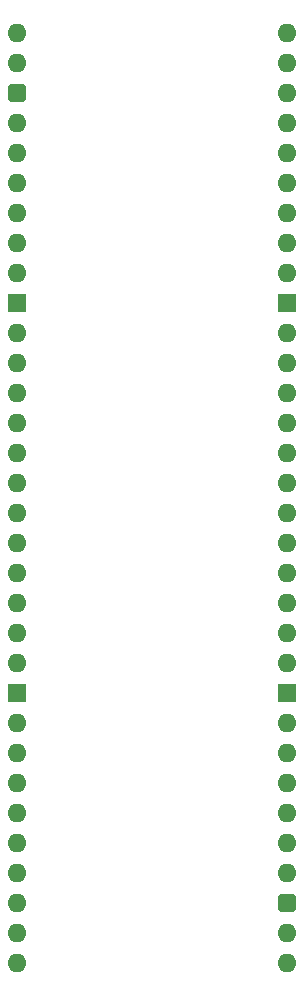
<source format=gbr>
%TF.GenerationSoftware,KiCad,Pcbnew,7.0.5*%
%TF.CreationDate,2024-01-25T17:04:26+02:00*%
%TF.ProjectId,Video Address Counter,56696465-6f20-4416-9464-726573732043,rev?*%
%TF.SameCoordinates,Original*%
%TF.FileFunction,Soldermask,Bot*%
%TF.FilePolarity,Negative*%
%FSLAX46Y46*%
G04 Gerber Fmt 4.6, Leading zero omitted, Abs format (unit mm)*
G04 Created by KiCad (PCBNEW 7.0.5) date 2024-01-25 17:04:26*
%MOMM*%
%LPD*%
G01*
G04 APERTURE LIST*
G04 Aperture macros list*
%AMRoundRect*
0 Rectangle with rounded corners*
0 $1 Rounding radius*
0 $2 $3 $4 $5 $6 $7 $8 $9 X,Y pos of 4 corners*
0 Add a 4 corners polygon primitive as box body*
4,1,4,$2,$3,$4,$5,$6,$7,$8,$9,$2,$3,0*
0 Add four circle primitives for the rounded corners*
1,1,$1+$1,$2,$3*
1,1,$1+$1,$4,$5*
1,1,$1+$1,$6,$7*
1,1,$1+$1,$8,$9*
0 Add four rect primitives between the rounded corners*
20,1,$1+$1,$2,$3,$4,$5,0*
20,1,$1+$1,$4,$5,$6,$7,0*
20,1,$1+$1,$6,$7,$8,$9,0*
20,1,$1+$1,$8,$9,$2,$3,0*%
G04 Aperture macros list end*
%ADD10O,1.600000X1.600000*%
%ADD11R,1.600000X1.600000*%
%ADD12RoundRect,0.400000X-0.400000X-0.400000X0.400000X-0.400000X0.400000X0.400000X-0.400000X0.400000X0*%
G04 APERTURE END LIST*
D10*
%TO.C,J1*%
X97665000Y-48260000D03*
X97665000Y-50800000D03*
X97665000Y-53340000D03*
X97665000Y-55880000D03*
X97665000Y-58420000D03*
X97665000Y-60960000D03*
X97665000Y-63500000D03*
X97665000Y-66040000D03*
X97665000Y-68580000D03*
D11*
X97665000Y-71120000D03*
D10*
X97665000Y-73660000D03*
X97665000Y-76200000D03*
X97665000Y-78740000D03*
X97665000Y-81280000D03*
X97665000Y-83820000D03*
X97665000Y-86360000D03*
X97665000Y-88900000D03*
X97665000Y-91440000D03*
X97665000Y-93980000D03*
X97665000Y-96520000D03*
X97665000Y-99060000D03*
X97665000Y-101600000D03*
D11*
X97665000Y-104140000D03*
D10*
X97665000Y-106680000D03*
X97665000Y-109220000D03*
X97665000Y-111760000D03*
X97665000Y-114300000D03*
X97665000Y-116840000D03*
X97665000Y-119380000D03*
D12*
X97665000Y-121920000D03*
D10*
X97665000Y-124460000D03*
X97665000Y-127000000D03*
X74805000Y-127000000D03*
X74805000Y-124460000D03*
X74805000Y-121920000D03*
X74805000Y-119380000D03*
X74805000Y-116840000D03*
X74805000Y-114300000D03*
X74805000Y-111760000D03*
X74805000Y-109220000D03*
X74805000Y-106680000D03*
D11*
X74805000Y-104140000D03*
D10*
X74805000Y-101600000D03*
X74805000Y-99060000D03*
X74805000Y-96520000D03*
X74805000Y-93980000D03*
X74805000Y-91440000D03*
X74805000Y-88900000D03*
X74805000Y-86360000D03*
X74805000Y-83820000D03*
X74805000Y-81280000D03*
X74805000Y-78740000D03*
X74805000Y-76200000D03*
X74805000Y-73660000D03*
D11*
X74805000Y-71120000D03*
D10*
X74805000Y-68580000D03*
X74805000Y-66040000D03*
X74805000Y-63500000D03*
X74805000Y-60960000D03*
X74805000Y-58420000D03*
X74805000Y-55880000D03*
D12*
X74805000Y-53340000D03*
D10*
X74805000Y-50800000D03*
X74805000Y-48260000D03*
%TD*%
M02*

</source>
